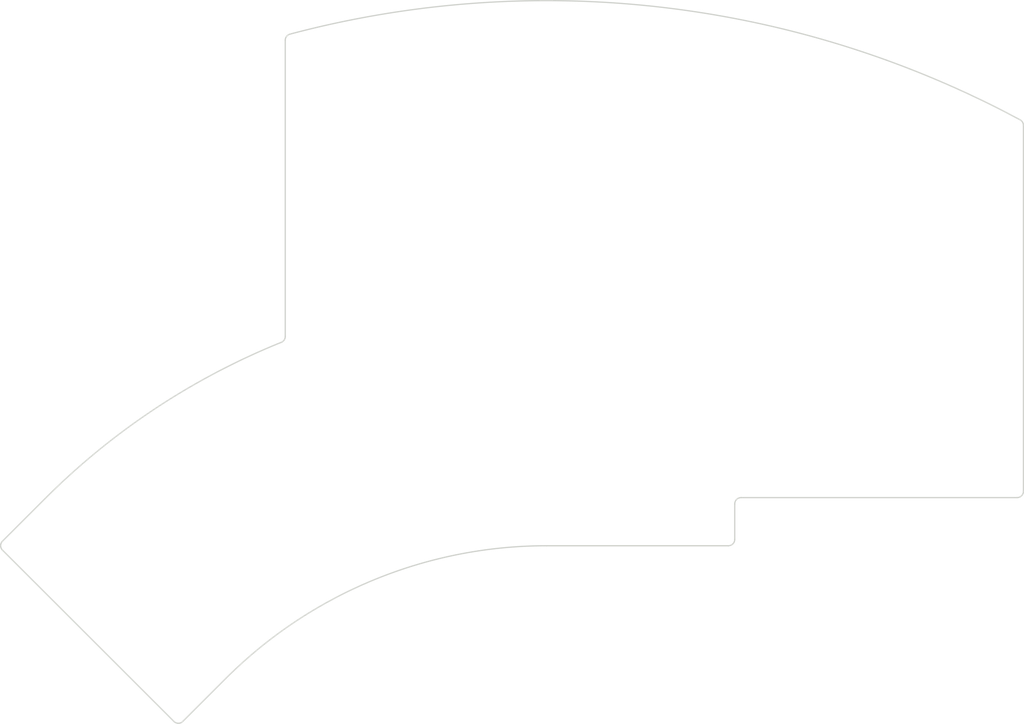
<source format=kicad_pcb>
(kicad_pcb (version 20221018) (generator pcbnew)

  (general
    (thickness 1.6)
  )

  (paper "A4")
  (layers
    (0 "F.Cu" signal)
    (31 "B.Cu" signal)
    (32 "B.Adhes" user "B.Adhesive")
    (33 "F.Adhes" user "F.Adhesive")
    (34 "B.Paste" user)
    (35 "F.Paste" user)
    (36 "B.SilkS" user "B.Silkscreen")
    (37 "F.SilkS" user "F.Silkscreen")
    (38 "B.Mask" user)
    (39 "F.Mask" user)
    (40 "Dwgs.User" user "User.Drawings")
    (41 "Cmts.User" user "User.Comments")
    (42 "Eco1.User" user "User.Eco1")
    (43 "Eco2.User" user "User.Eco2")
    (44 "Edge.Cuts" user)
    (45 "Margin" user)
    (46 "B.CrtYd" user "B.Courtyard")
    (47 "F.CrtYd" user "F.Courtyard")
    (48 "B.Fab" user)
    (49 "F.Fab" user)
    (50 "User.1" user)
    (51 "User.2" user)
    (52 "User.3" user)
    (53 "User.4" user)
    (54 "User.5" user)
    (55 "User.6" user)
    (56 "User.7" user)
    (57 "User.8" user)
    (58 "User.9" user)
  )

  (setup
    (pad_to_mask_clearance 0)
    (pcbplotparams
      (layerselection 0x0001000_7ffffffe)
      (plot_on_all_layers_selection 0x0001000_00000000)
      (disableapertmacros false)
      (usegerberextensions false)
      (usegerberattributes true)
      (usegerberadvancedattributes true)
      (creategerberjobfile true)
      (dashed_line_dash_ratio 12.000000)
      (dashed_line_gap_ratio 3.000000)
      (svgprecision 4)
      (plotframeref false)
      (viasonmask false)
      (mode 1)
      (useauxorigin false)
      (hpglpennumber 1)
      (hpglpenspeed 20)
      (hpglpendiameter 15.000000)
      (dxfpolygonmode false)
      (dxfimperialunits false)
      (dxfusepcbnewfont true)
      (psnegative false)
      (psa4output false)
      (plotreference true)
      (plotvalue true)
      (plotinvisibletext false)
      (sketchpadsonfab false)
      (subtractmaskfromsilk false)
      (outputformat 3)
      (mirror false)
      (drillshape 0)
      (scaleselection 1)
      (outputdirectory "./")
    )
  )

  (net 0 "")

  (gr_arc (start -51.749982 56.54826) (mid -52.457089 56.841153) (end -53.164196 56.54826)
    (stroke (width 0.2) (type solid)) (layer "Edge.Cuts") (tstamp 010753ae-f1ee-45cc-9daa-b44eada8ba66))
  (gr_line (start 80.397857 -37.208309) (end 80.397857 20.345438)
    (stroke (width 0.2) (type solid)) (layer "Edge.Cuts") (tstamp 042a5cdb-fafe-48c9-8c58-b4da1a12691b))
  (gr_arc (start -35.652143 -4.01082) (mid -35.823199 -3.451487) (end -36.277849 -3.08351)
    (stroke (width 0.2) (type solid)) (layer "Edge.Cuts") (tstamp 14a4199a-42cd-450f-a1a6-62cdd3276c71))
  (gr_arc (start 35.011966 22.345438) (mid 35.304862 21.63834) (end 36.011966 21.345438)
    (stroke (width 0.2) (type solid)) (layer "Edge.Cuts") (tstamp 20e32cfd-aa82-4b4a-8fc9-af8b879db775))
  (gr_line (start -80.104964 28.193278) (end -73.369772 21.458086)
    (stroke (width 0.2) (type solid)) (layer "Edge.Cuts") (tstamp 26f8a7c7-5bc1-459d-a837-ec63493029be))
  (gr_line (start 79.397857 21.345438) (end 36.011966 21.345438)
    (stroke (width 0.2) (type solid)) (layer "Edge.Cuts") (tstamp 28f6674f-b485-45c2-bcb5-620c2637e34d))
  (gr_arc (start 79.871644 -38.088949) (mid 80.256261 -37.721243) (end 80.397857 -37.208309)
    (stroke (width 0.2) (type solid)) (layer "Edge.Cuts") (tstamp 32b54236-b253-4e9d-8a2e-788e4ef51858))
  (gr_arc (start 58.895595 -47.466225) (mid 60.659349 -46.816025) (end 62.415197 -46.144769)
    (stroke (width 0.2) (type solid)) (layer "Edge.Cuts") (tstamp 3604997a-c724-4f23-a881-a2abe11f4b4a))
  (gr_arc (start -80.104964 29.607491) (mid -80.397857 28.900385) (end -80.104964 28.193278)
    (stroke (width 0.2) (type solid)) (layer "Edge.Cuts") (tstamp 4eaf72d3-34d6-441a-96b3-ca869918b036))
  (gr_line (start -45.01479 49.813068) (end -51.749982 56.54826)
    (stroke (width 0.2) (type solid)) (layer "Edge.Cuts") (tstamp 6197efdb-8475-47db-b682-4cbfcb55493f))
  (gr_arc (start -35.652143 -50.60578) (mid -35.444862 -51.215367) (end -34.90895 -51.572243)
    (stroke (width 0.2) (type solid)) (layer "Edge.Cuts") (tstamp 6930a2ec-b786-45b4-bca1-9ea6ed2df676))
  (gr_arc (start 35.011966 27.915266) (mid 34.719065 28.622364) (end 34.011966 28.915266)
    (stroke (width 0.2) (type solid)) (layer "Edge.Cuts") (tstamp 76d94818-b437-495e-95d4-3fccef3be382))
  (gr_line (start -35.652143 -4.01082) (end -35.652143 -50.60578)
    (stroke (width 0.2) (type solid)) (layer "Edge.Cuts") (tstamp 77d7c267-c816-410a-b46b-b58bb8322eeb))
  (gr_arc (start -45.01479 49.813068) (mid -21.867328 34.346428) (end 5.436966 28.915266)
    (stroke (width 0.2) (type solid)) (layer "Edge.Cuts") (tstamp 97f930cc-6227-4045-b91d-127ca9d5f1c7))
  (gr_line (start 34.011966 28.915266) (end 5.436966 28.915266)
    (stroke (width 0.2) (type solid)) (layer "Edge.Cuts") (tstamp 99b9aad6-7078-4de1-8d7e-7a6d6cd755c6))
  (gr_line (start -53.164196 56.54826) (end -80.104964 29.607491)
    (stroke (width 0.2) (type solid)) (layer "Edge.Cuts") (tstamp 9de4bbb3-1978-4723-93e5-c2da950e87df))
  (gr_line (start 35.011966 22.345438) (end 35.011966 27.915266)
    (stroke (width 0.2) (type solid)) (layer "Edge.Cuts") (tstamp bd4235a4-d3ed-4795-b380-7dd54205cf20))
  (gr_arc (start -73.369772 21.458086) (mid -56.060462 7.318225) (end -36.277849 -3.08351)
    (stroke (width 0.2) (type solid)) (layer "Edge.Cuts") (tstamp c04bc0d6-af84-4461-a8ec-766b8edc6751))
  (gr_arc (start -34.90895 -51.572243) (mid 12.307239 -56.690861) (end 58.895595 -47.466225)
    (stroke (width 0.2) (type solid)) (layer "Edge.Cuts") (tstamp cb27426f-03b3-4cdc-a38b-092cafe0bf4c))
  (gr_arc (start 62.415197 -46.144769) (mid 71.266764 -42.384137) (end 79.871644 -38.088949)
    (stroke (width 0.2) (type solid)) (layer "Edge.Cuts") (tstamp cfdebc4b-465e-4688-a31c-089959e6b706))
  (gr_arc (start 80.397857 20.345438) (mid 80.104966 21.052551) (end 79.397857 21.345438)
    (stroke (width 0.2) (type solid)) (layer "Edge.Cuts") (tstamp f7876d70-e98d-4d49-81b9-753ffc4f5879))

  (group "" (id c3f74314-d72e-4be2-b8a2-ec0d6834126c)
    (members
      010753ae-f1ee-45cc-9daa-b44eada8ba66
      042a5cdb-fafe-48c9-8c58-b4da1a12691b
      14a4199a-42cd-450f-a1a6-62cdd3276c71
      20e32cfd-aa82-4b4a-8fc9-af8b879db775
      26f8a7c7-5bc1-459d-a837-ec63493029be
      28f6674f-b485-45c2-bcb5-620c2637e34d
      32b54236-b253-4e9d-8a2e-788e4ef51858
      3604997a-c724-4f23-a881-a2abe11f4b4a
      4eaf72d3-34d6-441a-96b3-ca869918b036
      6197efdb-8475-47db-b682-4cbfcb55493f
      6930a2ec-b786-45b4-bca1-9ea6ed2df676
      76d94818-b437-495e-95d4-3fccef3be382
      77d7c267-c816-410a-b46b-b58bb8322eeb
      97f930cc-6227-4045-b91d-127ca9d5f1c7
      99b9aad6-7078-4de1-8d7e-7a6d6cd755c6
      9de4bbb3-1978-4723-93e5-c2da950e87df
      bd4235a4-d3ed-4795-b380-7dd54205cf20
      c04bc0d6-af84-4461-a8ec-766b8edc6751
      cb27426f-03b3-4cdc-a38b-092cafe0bf4c
      cfdebc4b-465e-4688-a31c-089959e6b706
      f7876d70-e98d-4d49-81b9-753ffc4f5879
    )
  )
)

</source>
